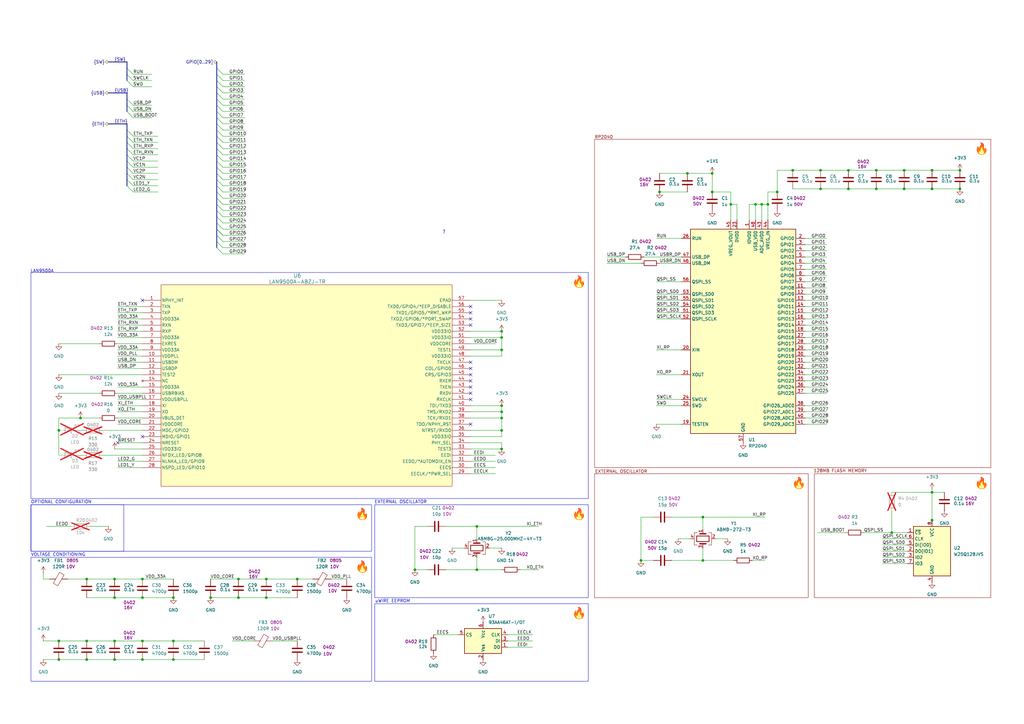
<source format=kicad_sch>
(kicad_sch (version 20231120) (generator "eeschema") (generator_version "8.0")
  (paper "A3")
  (bus_alias "ETH" (members "ETH_TXP" "ETH_TXN" "ETH_RXP" "ETH_RXN" "VC1P" "VC1N" "VC2P" "VC2N" "LED1_Y" "LED2_G"))
  (bus_alias "SW" (members "RUN" "SWCLK" "SWD"))
  (bus_alias "USB" (members "USB_DP" "USB_DN" "USB_BOOT"))
  (junction (at 288.29 229.87))
  (junction (at 336.55 69.85))
  (junction (at 86.36 245.11))
  (junction (at 121.92 237.49))
  (junction (at 382.27 213.36))
  (junction (at 299.72 83.82))
  (junction (at 205.74 176.53))
  (junction (at 359.41 77.47))
  (junction (at 347.98 69.85))
  (junction (at 58.42 237.49))
  (junction (at 382.27 69.85))
  (junction (at 205.74 143.51))
  (junction (at 170.18 233.68))
  (junction (at 35.56 237.49))
  (junction (at 292.1 78.74))
  (junction (at 46.99 270.51))
  (junction (at 336.55 77.47))
  (junction (at 205.74 184.15))
  (junction (at 288.29 212.09))
  (junction (at 309.88 83.82))
  (junction (at 33.02 171.45))
  (junction (at 71.12 270.51))
  (junction (at 46.99 237.49))
  (junction (at 312.42 83.82))
  (junction (at 382.27 201.93))
  (junction (at 262.89 229.87))
  (junction (at 370.84 77.47))
  (junction (at 318.77 78.74))
  (junction (at 71.12 245.11))
  (junction (at 205.74 166.37))
  (junction (at 205.74 135.89))
  (junction (at 24.13 262.89))
  (junction (at 109.22 245.11))
  (junction (at 205.74 171.45))
  (junction (at 359.41 69.85))
  (junction (at 46.99 262.89))
  (junction (at 24.13 176.53))
  (junction (at 370.84 69.85))
  (junction (at 195.58 233.68))
  (junction (at 195.58 215.9))
  (junction (at 270.51 78.74))
  (junction (at 46.99 245.11))
  (junction (at 393.7 77.47))
  (junction (at 35.56 270.51))
  (junction (at 281.94 71.12))
  (junction (at 58.42 262.89))
  (junction (at 382.27 77.47))
  (junction (at 365.76 218.44))
  (junction (at 24.13 270.51))
  (junction (at 58.42 270.51))
  (junction (at 97.79 245.11))
  (junction (at 314.96 83.82))
  (junction (at 71.12 262.89))
  (junction (at 58.42 245.11))
  (junction (at 205.74 168.91))
  (junction (at 97.79 237.49))
  (junction (at 205.74 138.43))
  (junction (at 325.12 69.85))
  (junction (at 35.56 262.89))
  (junction (at 393.7 69.85))
  (junction (at 347.98 77.47))
  (junction (at 292.1 71.12))
  (junction (at 109.22 237.49))
  (no_connect (at 193.04 133.35))
  (no_connect (at 193.04 158.75))
  (no_connect (at 193.04 153.67))
  (no_connect (at 193.04 156.21))
  (no_connect (at 193.04 163.83))
  (no_connect (at 193.04 130.81))
  (no_connect (at 193.04 173.99))
  (no_connect (at 193.04 125.73))
  (no_connect (at 193.04 161.29))
  (no_connect (at 48.26 181.61))
  (no_connect (at 193.04 151.13))
  (no_connect (at 193.04 128.27))
  (no_connect (at 58.42 123.19))
  (no_connect (at 58.42 179.07))
  (no_connect (at 193.04 148.59))
  (bus_entry (at 52.07 76.2) (size 2.54 2.54))
  (bus_entry (at 88.9 83.82) (size 2.54 2.54))
  (bus_entry (at 88.9 99.06) (size 2.54 2.54))
  (bus_entry (at 88.9 88.9) (size 2.54 2.54))
  (bus_entry (at 88.9 27.94) (size 2.54 2.54))
  (bus_entry (at 52.07 58.42) (size 2.54 2.54))
  (bus_entry (at 52.07 27.94) (size 2.54 2.54))
  (bus_entry (at 52.07 45.72) (size 2.54 2.54))
  (bus_entry (at 52.07 30.48) (size 2.54 2.54))
  (bus_entry (at 88.9 93.98) (size 2.54 2.54))
  (bus_entry (at 88.9 48.26) (size 2.54 2.54))
  (bus_entry (at 52.07 66.04) (size 2.54 2.54))
  (bus_entry (at 52.07 40.64) (size 2.54 2.54))
  (bus_entry (at 52.07 33.02) (size 2.54 2.54))
  (bus_entry (at 52.07 43.18) (size 2.54 2.54))
  (bus_entry (at 88.9 73.66) (size 2.54 2.54))
  (bus_entry (at 52.07 68.58) (size 2.54 2.54))
  (bus_entry (at 88.9 38.1) (size 2.54 2.54))
  (bus_entry (at 88.9 40.64) (size 2.54 2.54))
  (bus_entry (at 88.9 53.34) (size 2.54 2.54))
  (bus_entry (at 88.9 78.74) (size 2.54 2.54))
  (bus_entry (at 88.9 91.44) (size 2.54 2.54))
  (bus_entry (at 88.9 58.42) (size 2.54 2.54))
  (bus_entry (at 88.9 63.5) (size 2.54 2.54))
  (bus_entry (at 88.9 55.88) (size 2.54 2.54))
  (bus_entry (at 88.9 60.96) (size 2.54 2.54))
  (bus_entry (at 88.9 35.56) (size 2.54 2.54))
  (bus_entry (at 88.9 76.2) (size 2.54 2.54))
  (bus_entry (at 52.07 73.66) (size 2.54 2.54))
  (bus_entry (at 52.07 55.88) (size 2.54 2.54))
  (bus_entry (at 52.07 60.96) (size 2.54 2.54))
  (bus_entry (at 52.07 71.12) (size 2.54 2.54))
  (bus_entry (at 88.9 50.8) (size 2.54 2.54))
  (bus_entry (at 88.9 45.72) (size 2.54 2.54))
  (bus_entry (at 88.9 30.48) (size 2.54 2.54))
  (bus_entry (at 88.9 96.52) (size 2.54 2.54))
  (bus_entry (at 52.07 63.5) (size 2.54 2.54))
  (bus_entry (at 88.9 86.36) (size 2.54 2.54))
  (bus_entry (at 88.9 101.6) (size 2.54 2.54))
  (bus_entry (at 88.9 93.98) (size 2.54 2.54))
  (bus_entry (at 88.9 81.28) (size 2.54 2.54))
  (bus_entry (at 88.9 71.12) (size 2.54 2.54))
  (bus_entry (at 52.07 53.34) (size 2.54 2.54))
  (bus_entry (at 88.9 66.04) (size 2.54 2.54))
  (bus_entry (at 88.9 68.58) (size 2.54 2.54))
  (bus_entry (at 88.9 43.18) (size 2.54 2.54))
  (bus_entry (at 88.9 33.02) (size 2.54 2.54))
  (bus (pts (xy 52.07 50.8) (xy 52.07 53.34)))
  (wire (pts (xy 200.66 224.79) (xy 205.74 224.79)))
  (bus (pts (xy 52.07 66.04) (xy 52.07 68.58)))
  (wire (pts (xy 193.04 166.37) (xy 205.74 166.37)))
  (wire (pts (xy 269.24 130.81) (xy 279.4 130.81)))
  (wire (pts (xy 354.33 218.44) (xy 365.76 218.44)))
  (wire (pts (xy 292.1 78.74) (xy 299.72 78.74)))
  (wire (pts (xy 330.2 140.97) (xy 339.09 140.97)))
  (wire (pts (xy 27.94 237.49) (xy 35.56 237.49)))
  (wire (pts (xy 195.58 233.68) (xy 182.88 233.68)))
  (wire (pts (xy 269.24 173.99) (xy 279.4 173.99)))
  (wire (pts (xy 54.61 68.58) (xy 64.77 68.58)))
  (wire (pts (xy 121.92 237.49) (xy 128.27 237.49)))
  (wire (pts (xy 205.74 143.51) (xy 205.74 146.05)))
  (wire (pts (xy 359.41 77.47) (xy 370.84 77.47)))
  (wire (pts (xy 48.26 181.61) (xy 58.42 181.61)))
  (wire (pts (xy 361.95 228.6) (xy 372.11 228.6)))
  (wire (pts (xy 91.44 40.64) (xy 100.33 40.64)))
  (wire (pts (xy 370.84 77.47) (xy 382.27 77.47)))
  (wire (pts (xy 17.78 237.49) (xy 20.32 237.49)))
  (wire (pts (xy 91.44 63.5) (xy 100.33 63.5)))
  (wire (pts (xy 270.51 71.12) (xy 281.94 71.12)))
  (wire (pts (xy 48.26 168.91) (xy 58.42 168.91)))
  (wire (pts (xy 205.74 171.45) (xy 205.74 176.53)))
  (bus (pts (xy 88.9 78.74) (xy 88.9 81.28)))
  (wire (pts (xy 48.26 140.97) (xy 58.42 140.97)))
  (wire (pts (xy 330.2 166.37) (xy 339.09 166.37)))
  (wire (pts (xy 36.83 215.9) (xy 44.45 215.9)))
  (wire (pts (xy 195.58 228.6) (xy 195.58 233.68)))
  (wire (pts (xy 91.44 88.9) (xy 100.33 88.9)))
  (wire (pts (xy 177.8 260.35) (xy 187.96 260.35)))
  (wire (pts (xy 24.13 176.53) (xy 24.13 171.45)))
  (wire (pts (xy 288.29 229.87) (xy 275.59 229.87)))
  (wire (pts (xy 91.44 71.12) (xy 100.33 71.12)))
  (bus (pts (xy 52.07 27.94) (xy 52.07 30.48)))
  (wire (pts (xy 54.61 45.72) (xy 62.23 45.72)))
  (wire (pts (xy 314.96 83.82) (xy 314.96 90.17)))
  (wire (pts (xy 270.51 107.95) (xy 279.4 107.95)))
  (wire (pts (xy 193.04 194.31) (xy 203.2 194.31)))
  (wire (pts (xy 264.16 105.41) (xy 279.4 105.41)))
  (bus (pts (xy 88.9 55.88) (xy 88.9 58.42)))
  (wire (pts (xy 318.77 78.74) (xy 318.77 69.85)))
  (wire (pts (xy 193.04 143.51) (xy 205.74 143.51)))
  (wire (pts (xy 262.89 229.87) (xy 267.97 229.87)))
  (bus (pts (xy 52.07 73.66) (xy 52.07 76.2)))
  (wire (pts (xy 330.2 125.73) (xy 339.09 125.73)))
  (wire (pts (xy 48.26 191.77) (xy 58.42 191.77)))
  (wire (pts (xy 208.28 260.35) (xy 218.44 260.35)))
  (bus (pts (xy 52.07 71.12) (xy 52.07 73.66)))
  (wire (pts (xy 330.2 148.59) (xy 339.09 148.59)))
  (wire (pts (xy 24.13 153.67) (xy 58.42 153.67)))
  (wire (pts (xy 193.04 135.89) (xy 205.74 135.89)))
  (wire (pts (xy 288.29 217.17) (xy 288.29 212.09)))
  (wire (pts (xy 91.44 30.48) (xy 100.33 30.48)))
  (wire (pts (xy 24.13 270.51) (xy 35.56 270.51)))
  (wire (pts (xy 330.2 158.75) (xy 339.09 158.75)))
  (wire (pts (xy 269.24 125.73) (xy 279.4 125.73)))
  (wire (pts (xy 24.13 171.45) (xy 33.02 171.45)))
  (wire (pts (xy 330.2 128.27) (xy 339.09 128.27)))
  (wire (pts (xy 91.44 53.34) (xy 100.33 53.34)))
  (wire (pts (xy 281.94 71.12) (xy 292.1 71.12)))
  (wire (pts (xy 330.2 102.87) (xy 339.09 102.87)))
  (wire (pts (xy 46.99 270.51) (xy 58.42 270.51)))
  (wire (pts (xy 307.34 90.17) (xy 307.34 83.82)))
  (wire (pts (xy 86.36 245.11) (xy 97.79 245.11)))
  (wire (pts (xy 195.58 220.98) (xy 195.58 215.9)))
  (bus (pts (xy 52.07 40.64) (xy 52.07 43.18)))
  (wire (pts (xy 48.26 146.05) (xy 58.42 146.05)))
  (wire (pts (xy 382.27 77.47) (xy 393.7 77.47)))
  (wire (pts (xy 288.29 212.09) (xy 275.59 212.09)))
  (bus (pts (xy 88.9 81.28) (xy 88.9 83.82)))
  (wire (pts (xy 302.26 83.82) (xy 299.72 83.82)))
  (wire (pts (xy 330.2 97.79) (xy 339.09 97.79)))
  (bus (pts (xy 88.9 99.06) (xy 88.9 101.6)))
  (wire (pts (xy 269.24 123.19) (xy 279.4 123.19)))
  (wire (pts (xy 46.99 237.49) (xy 58.42 237.49)))
  (wire (pts (xy 309.88 83.82) (xy 309.88 90.17)))
  (wire (pts (xy 71.12 270.51) (xy 83.82 270.51)))
  (wire (pts (xy 170.18 233.68) (xy 175.26 233.68)))
  (wire (pts (xy 142.24 237.49) (xy 135.89 237.49)))
  (wire (pts (xy 48.26 138.43) (xy 58.42 138.43)))
  (bus (pts (xy 52.07 53.34) (xy 52.07 55.88)))
  (wire (pts (xy 314.96 78.74) (xy 314.96 83.82)))
  (wire (pts (xy 54.61 58.42) (xy 64.77 58.42)))
  (wire (pts (xy 361.95 223.52) (xy 372.11 223.52)))
  (wire (pts (xy 17.78 262.89) (xy 24.13 262.89)))
  (wire (pts (xy 91.44 43.18) (xy 100.33 43.18)))
  (wire (pts (xy 299.72 78.74) (xy 299.72 83.82)))
  (bus (pts (xy 88.9 58.42) (xy 88.9 60.96)))
  (wire (pts (xy 193.04 189.23) (xy 203.2 189.23)))
  (wire (pts (xy 330.2 161.29) (xy 339.09 161.29)))
  (bus (pts (xy 44.45 38.1) (xy 52.07 38.1)))
  (bus (pts (xy 88.9 73.66) (xy 88.9 76.2)))
  (wire (pts (xy 91.44 48.26) (xy 100.33 48.26)))
  (wire (pts (xy 48.26 135.89) (xy 58.42 135.89)))
  (wire (pts (xy 91.44 66.04) (xy 100.33 66.04)))
  (wire (pts (xy 58.42 237.49) (xy 71.12 237.49)))
  (wire (pts (xy 213.36 233.68) (xy 220.98 233.68)))
  (wire (pts (xy 193.04 179.07) (xy 205.74 179.07)))
  (bus (pts (xy 88.9 88.9) (xy 88.9 91.44)))
  (bus (pts (xy 88.9 91.44) (xy 88.9 93.98)))
  (wire (pts (xy 365.76 218.44) (xy 372.11 218.44)))
  (wire (pts (xy 91.44 45.72) (xy 100.33 45.72)))
  (wire (pts (xy 205.74 168.91) (xy 205.74 171.45)))
  (wire (pts (xy 91.44 60.96) (xy 100.33 60.96)))
  (wire (pts (xy 361.95 231.14) (xy 372.11 231.14)))
  (wire (pts (xy 111.76 262.89) (xy 121.92 262.89)))
  (bus (pts (xy 44.45 25.4) (xy 52.07 25.4)))
  (wire (pts (xy 175.26 215.9) (xy 170.18 215.9)))
  (wire (pts (xy 308.61 229.87) (xy 313.69 229.87)))
  (wire (pts (xy 185.42 224.79) (xy 190.5 224.79)))
  (wire (pts (xy 193.04 138.43) (xy 205.74 138.43)))
  (wire (pts (xy 54.61 76.2) (xy 64.77 76.2)))
  (bus (pts (xy 88.9 38.1) (xy 88.9 40.64)))
  (wire (pts (xy 54.61 73.66) (xy 64.77 73.66)))
  (wire (pts (xy 91.44 38.1) (xy 100.33 38.1)))
  (wire (pts (xy 48.26 158.75) (xy 58.42 158.75)))
  (wire (pts (xy 91.44 101.6) (xy 100.33 101.6)))
  (wire (pts (xy 205.74 138.43) (xy 205.74 143.51)))
  (bus (pts (xy 44.45 50.8) (xy 52.07 50.8)))
  (wire (pts (xy 34.29 176.53) (xy 31.75 176.53)))
  (wire (pts (xy 269.24 128.27) (xy 279.4 128.27)))
  (wire (pts (xy 336.55 69.85) (xy 347.98 69.85)))
  (wire (pts (xy 91.44 81.28) (xy 100.33 81.28)))
  (wire (pts (xy 314.96 78.74) (xy 318.77 78.74)))
  (wire (pts (xy 193.04 140.97) (xy 203.2 140.97)))
  (wire (pts (xy 91.44 73.66) (xy 100.33 73.66)))
  (wire (pts (xy 330.2 168.91) (xy 339.09 168.91)))
  (wire (pts (xy 330.2 156.21) (xy 339.09 156.21)))
  (wire (pts (xy 17.78 234.95) (xy 17.78 237.49)))
  (wire (pts (xy 48.26 173.99) (xy 58.42 173.99)))
  (wire (pts (xy 91.44 35.56) (xy 100.33 35.56)))
  (wire (pts (xy 48.26 125.73) (xy 58.42 125.73)))
  (bus (pts (xy 88.9 48.26) (xy 88.9 50.8)))
  (wire (pts (xy 91.44 96.52) (xy 100.33 96.52)))
  (wire (pts (xy 330.2 118.11) (xy 339.09 118.11)))
  (wire (pts (xy 307.34 83.82) (xy 309.88 83.82)))
  (wire (pts (xy 193.04 191.77) (xy 203.2 191.77)))
  (bus (pts (xy 88.9 63.5) (xy 88.9 66.04)))
  (wire (pts (xy 330.2 171.45) (xy 339.09 171.45)))
  (wire (pts (xy 248.92 105.41) (xy 256.54 105.41)))
  (wire (pts (xy 302.26 90.17) (xy 302.26 83.82)))
  (wire (pts (xy 293.37 220.98) (xy 298.45 220.98)))
  (wire (pts (xy 193.04 168.91) (xy 205.74 168.91)))
  (wire (pts (xy 34.29 186.69) (xy 31.75 186.69)))
  (wire (pts (xy 54.61 78.74) (xy 64.77 78.74)))
  (wire (pts (xy 248.92 107.95) (xy 262.89 107.95)))
  (wire (pts (xy 382.27 214.63) (xy 382.27 213.36)))
  (wire (pts (xy 278.13 220.98) (xy 283.21 220.98)))
  (wire (pts (xy 91.44 91.44) (xy 100.33 91.44)))
  (wire (pts (xy 54.61 48.26) (xy 62.23 48.26)))
  (wire (pts (xy 382.27 200.66) (xy 382.27 201.93)))
  (wire (pts (xy 359.41 69.85) (xy 370.84 69.85)))
  (wire (pts (xy 269.24 97.79) (xy 279.4 97.79)))
  (wire (pts (xy 330.2 100.33) (xy 339.09 100.33)))
  (bus (pts (xy 88.9 33.02) (xy 88.9 35.56)))
  (wire (pts (xy 46.99 245.11) (xy 58.42 245.11)))
  (wire (pts (xy 312.42 83.82) (xy 314.96 83.82)))
  (wire (pts (xy 382.27 69.85) (xy 393.7 69.85)))
  (wire (pts (xy 48.26 166.37) (xy 58.42 166.37)))
  (bus (pts (xy 88.9 40.64) (xy 88.9 43.18)))
  (wire (pts (xy 97.79 237.49) (xy 109.22 237.49)))
  (wire (pts (xy 46.99 184.15) (xy 58.42 184.15)))
  (wire (pts (xy 330.2 135.89) (xy 339.09 135.89)))
  (wire (pts (xy 330.2 110.49) (xy 339.09 110.49)))
  (wire (pts (xy 91.44 104.14) (xy 100.33 104.14)))
  (wire (pts (xy 91.44 50.8) (xy 100.33 50.8)))
  (wire (pts (xy 330.2 143.51) (xy 339.09 143.51)))
  (wire (pts (xy 195.58 215.9) (xy 220.98 215.9)))
  (wire (pts (xy 54.61 35.56) (xy 62.23 35.56)))
  (bus (pts (xy 88.9 30.48) (xy 88.9 33.02)))
  (wire (pts (xy 24.13 186.69) (xy 24.13 176.53)))
  (wire (pts (xy 309.88 83.82) (xy 312.42 83.82)))
  (wire (pts (xy 330.2 113.03) (xy 339.09 113.03)))
  (wire (pts (xy 330.2 138.43) (xy 339.09 138.43)))
  (bus (pts (xy 52.07 43.18) (xy 52.07 45.72)))
  (wire (pts (xy 54.61 30.48) (xy 62.23 30.48)))
  (wire (pts (xy 71.12 262.89) (xy 83.82 262.89)))
  (wire (pts (xy 312.42 83.82) (xy 312.42 90.17)))
  (wire (pts (xy 208.28 265.43) (xy 218.44 265.43)))
  (wire (pts (xy 330.2 151.13) (xy 339.09 151.13)))
  (wire (pts (xy 48.26 143.51) (xy 58.42 143.51)))
  (wire (pts (xy 208.28 262.89) (xy 218.44 262.89)))
  (wire (pts (xy 330.2 115.57) (xy 339.09 115.57)))
  (bus (pts (xy 88.9 60.96) (xy 88.9 63.5)))
  (bus (pts (xy 52.07 58.42) (xy 52.07 60.96)))
  (wire (pts (xy 19.05 215.9) (xy 29.21 215.9)))
  (wire (pts (xy 269.24 153.67) (xy 279.4 153.67)))
  (wire (pts (xy 270.51 78.74) (xy 281.94 78.74)))
  (wire (pts (xy 58.42 161.29) (xy 48.26 161.29)))
  (wire (pts (xy 269.24 143.51) (xy 279.4 143.51)))
  (wire (pts (xy 86.36 237.49) (xy 97.79 237.49)))
  (wire (pts (xy 48.26 148.59) (xy 58.42 148.59)))
  (wire (pts (xy 325.12 69.85) (xy 336.55 69.85)))
  (wire (pts (xy 46.99 262.89) (xy 58.42 262.89)))
  (bus (pts (xy 88.9 71.12) (xy 88.9 73.66)))
  (wire (pts (xy 109.22 237.49) (xy 121.92 237.49)))
  (wire (pts (xy 330.2 173.99) (xy 339.09 173.99)))
  (wire (pts (xy 24.13 262.89) (xy 35.56 262.89)))
  (wire (pts (xy 48.26 133.35) (xy 58.42 133.35)))
  (wire (pts (xy 269.24 115.57) (xy 279.4 115.57)))
  (wire (pts (xy 35.56 262.89) (xy 46.99 262.89)))
  (wire (pts (xy 54.61 55.88) (xy 64.77 55.88)))
  (wire (pts (xy 48.26 128.27) (xy 58.42 128.27)))
  (bus (pts (xy 88.9 83.82) (xy 88.9 86.36)))
  (wire (pts (xy 193.04 146.05) (xy 205.74 146.05)))
  (wire (pts (xy 330.2 123.19) (xy 339.09 123.19)))
  (wire (pts (xy 91.44 83.82) (xy 100.33 83.82)))
  (wire (pts (xy 269.24 120.65) (xy 279.4 120.65)))
  (wire (pts (xy 205.74 181.61) (xy 193.04 181.61)))
  (bus (pts (xy 88.9 50.8) (xy 88.9 53.34)))
  (wire (pts (xy 58.42 245.11) (xy 71.12 245.11)))
  (wire (pts (xy 267.97 212.09) (xy 262.89 212.09)))
  (wire (pts (xy 361.95 220.98) (xy 372.11 220.98)))
  (wire (pts (xy 330.2 120.65) (xy 339.09 120.65)))
  (wire (pts (xy 195.58 215.9) (xy 182.88 215.9)))
  (wire (pts (xy 193.04 184.15) (xy 205.74 184.15)))
  (wire (pts (xy 205.74 138.43) (xy 205.74 135.89)))
  (wire (pts (xy 347.98 69.85) (xy 359.41 69.85)))
  (wire (pts (xy 48.26 189.23) (xy 58.42 189.23)))
  (wire (pts (xy 17.78 270.51) (xy 24.13 270.51)))
  (wire (pts (xy 54.61 63.5) (xy 64.77 63.5)))
  (wire (pts (xy 335.28 218.44) (xy 346.71 218.44)))
  (wire (pts (xy 91.44 68.58) (xy 100.33 68.58)))
  (wire (pts (xy 193.04 171.45) (xy 205.74 171.45)))
  (wire (pts (xy 292.1 71.12) (xy 292.1 78.74)))
  (wire (pts (xy 33.02 171.45) (xy 40.64 171.45)))
  (bus (pts (xy 52.07 38.1) (xy 52.07 40.64)))
  (wire (pts (xy 48.26 130.81) (xy 58.42 130.81)))
  (wire (pts (xy 330.2 130.81) (xy 339.09 130.81)))
  (wire (pts (xy 330.2 153.67) (xy 339.09 153.67)))
  (wire (pts (xy 54.61 66.04) (xy 64.77 66.04)))
  (wire (pts (xy 269.24 166.37) (xy 279.4 166.37)))
  (wire (pts (xy 91.44 93.98) (xy 100.33 93.98)))
  (wire (pts (xy 91.44 76.2) (xy 100.33 76.2)))
  (wire (pts (xy 91.44 55.88) (xy 100.33 55.88)))
  (wire (pts (xy 361.95 226.06) (xy 372.11 226.06)))
  (bus (pts (xy 88.9 86.36) (xy 88.9 88.9)))
  (wire (pts (xy 288.29 224.79) (xy 288.29 229.87)))
  (bus (pts (xy 88.9 45.72) (xy 88.9 48.26)))
  (bus (pts (xy 88.9 53.34) (xy 88.9 55.88)))
  (wire (pts (xy 54.61 60.96) (xy 64.77 60.96)))
  (wire (pts (xy 330.2 133.35) (xy 339.09 133.35)))
  (wire (pts (xy 262.89 212.09) (xy 262.89 229.87)))
  (bus (pts (xy 52.07 60.96) (xy 52.07 63.5)))
  (wire (pts (xy 91.44 99.06) (xy 100.33 99.06)))
  (wire (pts (xy 24.13 140.97) (xy 40.64 140.97)))
  (wire (pts (xy 205.74 166.37) (xy 205.74 168.91)))
  (wire (pts (xy 54.61 33.02) (xy 62.23 33.02)))
  (wire (pts (xy 170.18 215.9) (xy 170.18 233.68)))
  (wire (pts (xy 35.56 270.51) (xy 46.99 270.51)))
  (wire (pts (xy 58.42 262.89) (xy 71.12 262.89)))
  (bus (pts (xy 52.07 68.58) (xy 52.07 71.12)))
  (wire (pts (xy 330.2 146.05) (xy 339.09 146.05)))
  (bus (pts (xy 88.9 76.2) (xy 88.9 78.74)))
  (wire (pts (xy 48.26 151.13) (xy 58.42 151.13)))
  (bus (pts (xy 88.9 93.98) (xy 88.9 96.52)))
  (bus (pts (xy 88.9 35.56) (xy 88.9 38.1)))
  (bus (pts (xy 88.9 66.04) (xy 88.9 68.58)))
  (wire (pts (xy 382.27 201.93) (xy 387.35 201.93)))
  (wire (pts (xy 58.42 171.45) (xy 48.26 171.45)))
  (bus (pts (xy 88.9 27.94) (xy 88.9 30.48)))
  (wire (pts (xy 195.58 233.68) (xy 205.74 233.68)))
  (wire (pts (xy 91.44 33.02) (xy 100.33 33.02)))
  (wire (pts (xy 193.04 176.53) (xy 205.74 176.53)))
  (wire (pts (xy 91.44 78.74) (xy 100.33 78.74)))
  (wire (pts (xy 382.27 201.93) (xy 382.27 213.36)))
  (bus (pts (xy 88.9 43.18) (xy 88.9 45.72)))
  (wire (pts (xy 91.44 58.42) (xy 100.33 58.42)))
  (wire (pts (xy 58.42 176.53) (xy 41.91 176.53)))
  (bus (pts (xy 52.07 55.88) (xy 52.07 58.42)))
  (wire (pts (xy 330.2 107.95) (xy 339.09 107.95)))
  (bus (pts (xy 52.07 63.5) (xy 52.07 66.04)))
  (wire (pts (xy 330.2 105.41) (xy 339.09 105.41)))
  (wire (pts (xy 109.22 245.11) (xy 121.92 245.11)))
  (wire (pts (xy 365.76 209.55) (xy 365.76 218.44)))
  (wire (pts (xy 35.56 237.49) (xy 46.99 237.49)))
  (wire (pts (xy 58.42 270.51) (xy 71.12 270.51)))
  (wire (pts (xy 193.04 186.69) (xy 203.2 186.69)))
  (wire (pts (xy 24.13 161.29) (xy 40.64 161.29)))
  (bus (pts (xy 88.9 25.4) (xy 88.9 27.94)))
  (wire (pts (xy 370.84 69.85) (xy 382.27 69.85)))
  (bus (pts (xy 52.07 30.48) (xy 52.07 33.02)))
  (wire (pts (xy 365.76 201.93) (xy 382.27 201.93)))
  (bus (pts (xy 88.9 96.52) (xy 88.9 99.06)))
  (wire (pts (xy 288.29 229.87) (xy 300.99 229.87)))
  (wire (pts (xy 46.99 245.11) (xy 35.56 245.11)))
  (wire (pts (xy 193.04 123.19) (xy 205.74 123.19)))
  (wire (pts (xy 299.72 83.82) (xy 299.72 90.17)))
  (wire (pts (xy 91.44 86.36) (xy 100.33 86.36)))
  (wire (pts (xy 48.26 163.83) (xy 58.42 163.83)))
  (wire (pts (xy 205.74 184.15) (xy 205.74 181.61)))
  (wire (pts (xy 347.98 77.47) (xy 359.41 77.47)))
  (wire (pts (xy 54.61 71.12) (xy 64.77 71.12)))
  (wire (pts (xy 325.12 77.47) (xy 336.55 77.47)))
  (wire (pts (xy 97.79 245.11) (xy 109.22 245.11)))
  (wire (pts (xy 269.24 163.83) (xy 279.4 163.83)))
  (wire (pts (xy 95.25 262.89) (xy 104.14 262.89)))
  (wire (pts (xy 205.74 179.07) (xy 205.74 176.53)))
  (wire (pts (xy 41.91 186.69) (xy 58.42 186.69)))
  (bus (pts (xy 52.07 25.4) (xy 52.07 27.94)))
  (wire (pts (xy 54.61 43.18) (xy 62.23 43.18)))
  (wire (pts (xy 318.77 69.85) (xy 325.12 69.85)))
  (wire (pts (xy 288.29 212.09) (xy 313.69 212.09)))
  (wire (pts (xy 336.55 77.47) (xy 347.98 77.47)))
  (bus (pts (xy 88.9 68.58) (xy 88.9 71.12)))
  (rectangle (start 12.7 207.01) (end 152.4 226.06))
  (rectangle (start 153.67 247.65) (end 241.3 279.4))
  (rectangle (start 153.67 207.01) (end 241.3 245.11))
  (rectangle (start 12.7 111.76) (end 241.3 204.47))
  (rectangle (start 243.84 194.31) (end 331.47 245.11) (stroke (width 0) (color 132 0 0 1)))
  (rectangle (start 12.7 207.01) (end 50.8 226.06))
  (rectangle (start 334.01 194.31) (end 406.4 245.11) (stroke (width 0) (color 132 0 0 1)))
  (rectangle (start 243.84 57.15) (end 406.4 191.77) (stroke (width 0) (color 132 0 0 1)))
  (rectangle (start 12.7 228.6) (end 152.4 279.4))
  (image (at 402.59 198.12) (scale 0.0586193))
  (image (at 237.49 115.57) (scale 0.0586193))
  (image (at 237.49 210.82) (scale 0.0586193))
  (image (at 148.59 210.82) (scale 0.0586193))
  (image (at 402.59 60.96) (scale 0.0586193))
  (image (at 237.49 251.46) (scale 0.0586193))
  (image (at 327.66 198.12) (scale 0.0586193))
  (image (at 148.59 232.41) (scale 0.0586193))
  (text "EXTERNAL OSCILLATOR" (at 254.762 193.548 0) (effects (font (size 1.27 1.27))))
  (text "LAN9500A" (at 17.272 111.252 0) (effects (font (size 1.27 1.27))))
  (text "EXTERNAL OSCILLATOR" (at 164.338 205.994 0) (effects (font (size 1.27 1.27))))
  (text "uWIRE EEPROM" (at 161.036 246.634 0) (effects (font (size 1.27 1.27))))
  (text "🔥" (at 182.118 95.25 0) (effects (font (size 1.27 1.27))))
  (text "OPTIONAL CONFIGURATION" (at 25.146 205.994 0) (effects (font (size 1.27 1.27))))
  (text "RP2040" (at 247.65 56.388 0) (effects (font (size 1.27 1.27))))
  (text "128MB FLASH MEMORY" (at 344.678 193.294 0) (effects (font (size 1.27 1.27))))
  (text "VOLTAGE CONDITIONING" (at 23.876 227.584 0) (effects (font (size 1.27 1.27))))
  (label "VC2N" (at 54.61 73.66 0))
  (label "SWD" (at 54.61 35.56 0))
  (label "XI_RP" (at 308.61 212.09 0))
  (label "QSPI_SD2" (at 269.24 125.73 0))
  (label "VDD_PLL" (at 48.26 146.05 0))
  (label "GPIO2" (at 332.74 102.87 0))
  (label "ETH_TXP" (at 48.26 128.27 0))
  (label "GPIO11" (at 332.74 125.73 0))
  (label "GPIO23" (at 332.74 156.21 0))
  (label "GPIO28" (at 332.74 171.45 0))
  (label "QSPI_SD3" (at 269.24 128.27 0))
  (label "GPIO22" (at 332.74 153.67 0))
  (label "VDD_33A" (at 59.69 237.49 0))
  (label "QSPI_SD1" (at 269.24 123.19 0))
  (label "GPIO16" (at 332.74 138.43 0))
  (label "GPIO19" (at 93.98 78.74 0))
  (label "VDD_33A" (at 48.26 143.51 0))
  (label "GPIO17" (at 332.74 140.97 0))
  (label "EECLK" (at 194.31 194.31 0))
  (label "GPIO0" (at 332.74 97.79 0))
  (label "GPIO9" (at 332.74 120.65 0))
  (label "GPIO8" (at 93.98 50.8 0))
  (label "GPIO4" (at 93.98 40.64 0))
  (label "ETH_RXN" (at 48.26 133.35 0))
  (label "GPIO25" (at 93.98 93.98 0))
  (label "GPIO9" (at 93.98 53.34 0))
  (label "QSPI_SD0" (at 361.95 223.52 0))
  (label "EEDI" (at 212.09 265.43 0))
  (label "EEDO" (at 194.31 189.23 0))
  (label "GPIO23" (at 93.98 88.9 0))
  (label "GPIO18" (at 332.74 143.51 0))
  (label "GPIO22" (at 93.98 86.36 0))
  (label "GPIO2" (at 93.98 35.56 0))
  (label "EEDO" (at 22.86 215.9 0))
  (label "VDD_USBPLL" (at 111.76 262.89 0))
  (label "VDD_33A" (at 48.26 138.43 0))
  (label "VC2P" (at 54.61 71.12 0))
  (label "VDD_CORE" (at 194.31 140.97 0))
  (label "SWD" (at 269.24 166.37 0))
  (label "USB_DN" (at 54.61 45.72 0))
  (label "GPIO21" (at 332.74 151.13 0))
  (label "GPIO26" (at 332.74 166.37 0))
  (label "GPIO11" (at 93.98 58.42 0))
  (label "USB_DP" (at 248.92 105.41 0))
  (label "ETH_TXP" (at 54.61 55.88 0))
  (label "EEDO" (at 212.09 262.89 0))
  (label "GPIO10" (at 93.98 55.88 0))
  (label "GPIO13" (at 332.74 130.81 0))
  (label "GPIO18" (at 93.98 76.2 0))
  (label "GPIO17" (at 93.98 73.66 0))
  (label "QSPI_SS" (at 269.24 115.57 0))
  (label "GPIO24" (at 93.98 91.44 0))
  (label "GPIO12" (at 332.74 128.27 0))
  (label "EECS" (at 179.07 260.35 0))
  (label "{USB}" (at 46.99 38.1 0))
  (label "ETH_TXN" (at 48.26 125.73 0))
  (label "GPIO13" (at 93.98 63.5 0))
  (label "GPIO3" (at 332.74 105.41 0))
  (label "XI_ETH" (at 215.9 215.9 0))
  (label "EECLK" (at 212.09 260.35 0))
  (label "XO_RP" (at 308.61 229.87 0))
  (label "VDD_33A" (at 48.26 130.81 0))
  (label "ETH_RXP" (at 48.26 135.89 0))
  (label "GPIO1" (at 93.98 33.02 0))
  (label "GPIO26" (at 93.98 96.52 0))
  (label "EEDI" (at 194.31 186.69 0))
  (label "QSPI_SD0" (at 269.24 120.65 0))
  (label "LED1_Y" (at 48.26 191.77 0))
  (label "XO_ETH" (at 48.26 168.91 0))
  (label "RUN" (at 54.61 30.48 0))
  (label "GPIO3" (at 93.98 38.1 0))
  (label "GPIO14" (at 332.74 133.35 0))
  (label "GPIO24" (at 332.74 158.75 0))
  (label "XI_RP" (at 269.24 143.51 0))
  (label "XO_RP" (at 269.24 153.67 0))
  (label "GPIO5" (at 332.74 110.49 0))
  (label "LED1_Y" (at 54.61 76.2 0))
  (label "GPIO6" (at 332.74 113.03 0))
  (label "GPIO12" (at 93.98 60.96 0))
  (label "GPIO27" (at 332.74 168.91 0))
  (label "ETH_TXN" (at 54.61 58.42 0))
  (label "SWCLK" (at 54.61 33.02 0))
  (label "GPIO29" (at 93.98 104.14 0))
  (label "GPIO25" (at 332.74 161.29 0))
  (label "GPIO20" (at 93.98 81.28 0))
  (label "GPIO21" (at 93.98 83.82 0))
  (label "QSPI_SS" (at 354.33 218.44 0))
  (label "USBR_DN" (at 270.51 107.95 0))
  (label "SWCLK" (at 269.24 163.83 0))
  (label "GPIO20" (at 332.74 148.59 0))
  (label "GPIO1" (at 332.74 100.33 0))
  (label "VC1N" (at 54.61 68.58 0))
  (label "QSPI_SCLK" (at 269.24 130.81 0))
  (label "VDD_USBPLL" (at 48.26 163.83 0))
  (label "EECS" (at 194.31 191.77 0))
  (label "GPIO19" (at 332.74 146.05 0))
  (label "{SW}" (at 46.99 25.4 0))
  (label "VDD_PLL" (at 135.89 237.49 0))
  (label "LED2_G" (at 54.61 78.74 0))
  (label "GPIO7" (at 93.98 48.26 0))
  (label "VC1P" (at 54.61 66.04 0))
  (label "GPIO14" (at 93.98 66.04 0))
  (label "XI_ETH" (at 48.26 166.37 0))
  (label "USB_DN" (at 48.26 148.59 0))
  (label "QSPI_SD2" (at 361.95 228.6 0))
  (label "USB_DN" (at 248.92 107.95 0))
  (label "VDD_33A" (at 48.26 158.75 0))
  (label "GPIO7" (at 332.74 115.57 0))
  (label "GPIO29" (at 332.74 173.99 0))
  (label "NRESET" (at 48.26 181.61 0))
  (label "VDD_CORE" (at 86.36 237.49 0))
  (label "GPIO0" (at 93.98 30.48 0))
  (label "GPIO27" (at 93.98 99.06 0))
  (label "GPIO10" (at 332.74 123.19 0))
  (label "GPIO15" (at 332.74 135.89 0))
  (label "QSPI_SCLK" (at 361.95 220.98 0))
  (label "LED2_G" (at 48.26 189.23 0))
  (label "GPIO16" (at 93.98 71.12 0))
  (label "ETH_RXN" (at 54.61 63.5 0))
  (label "USB_DP" (at 54.61 43.18 0))
  (label "GPIO8" (at 332.74 118.11 0))
  (label "VDD_CORE" (at 48.26 173.99 0))
  (label "GPIO6" (at 93.98 45.72 0))
  (label "QSPI_SD1" (at 361.95 226.06 0))
  (label "XO_ETH" (at 215.9 233.68 0))
  (label "USBR_DP" (at 270.51 105.41 0))
  (label "RUN" (at 269.24 97.79 0))
  (label "USB_DP" (at 48.26 151.13 0))
  (label "QSPI_SD3" (at 361.95 231.14 0))
  (label "GPIO28" (at 93.98 101.6 0))
  (label "USB_BOOT" (at 54.61 48.26 0))
  (label "{ETH}" (at 46.99 50.8 0))
  (label "GPIO5" (at 93.98 43.18 0))
  (label "GPIO4" (at 332.74 107.95 0))
  (label "USB_BOOT" (at 336.55 218.44 0))
  (label "VDD_CORE" (at 95.25 262.89 0))
  (label "ETH_RXP" (at 54.61 60.96 0))
  (label "GPIO15" (at 93.98 68.58 0))
  (hierarchical_label "{ETH}" (shape bidirectional) (at 44.45 50.8 180))
  (hierarchical_label "{SW}" (shape bidirectional) (at 44.45 25.4 180))
  (hierarchical_label "{USB}" (shape bidirectional) (at 44.45 38.1 180))
  (hierarchical_label "GPIO[0..29]" (shape bidirectional) (at 88.9 25.4 180))
  (symbol (lib_id "Device:C") (at 179.07 233.68 90) (unit 1)
    (property "Reference" "C22" (at 179.07 226.06 90))
    (property "Value" "10p" (at 179.07 228.6 90))
    (property "Footprint" "Capacitor_SMD:C_0402_1005Metric" (effects (hide yes)))
    (property "Description" "Unpolarized capacitor" (effects (hide yes)))
    (property "PART-NUMBER" "C1545" (effects (hide yes)))
    (property "Rating" "10V" (at 173.99 228.6 90))
    (property "Packaging" "0402" (at 174.498 226.06 90))
    (property "Comment" "C1545 50V 10pF 5% 0402 Capacitor" (effects (hide yes)))
  )
  (symbol (lib_id "Device:C") (at 393.7 73.66 0) (unit 1)
    (property "Reference" "C11" (at 397.51 72.3899 0) (effects (justify left)))
    (property "Value" "0.1u" (at 397.51 74.168 0) (effects (justify left)))
    (property "Footprint" "Capacitor_SMD:C_0402_1005Metric" (effects (hide yes)))
    (property "Description" "Unpolarized capacitor" (effects (hide yes)))
    (property "PART-NUMBER" "C1525" (effects (hide yes)))
    (property "Packaging" "0402" (at 354.076 66.294 0))
    (property "Rating" "16V" (at 353.568 68.326 0))
    (property "Comment" "C1525 16V 0.1uF 10% 0402 Capacitor" (effects (hide yes)))
  )
  (symbol (lib_id "power:GND") (at 387.35 209.55 0) (unit 1)
    (property "Reference" "#PWR09" (effects (hide yes)))
    (property "Value" "GND" (at 387.35 214.63 0))
    (property "Description" "Power symbol creates a global label with name \"GND\" , ground" (effects (hide yes)))
  )
  (symbol (lib_id "Device:C") (at 271.78 229.87 90) (unit 1)
    (property "Reference" "C14" (at 271.78 222.25 90))
    (property "Value" "15p" (at 271.78 224.79 90))
    (property "Footprint" "Capacitor_SMD:C_0402_1005Metric" (effects (hide yes)))
    (property "Description" "Unpolarized capacitor" (effects (hide yes)))
    (property "PART-NUMBER" "C1548" (effects (hide yes)))
    (property "Packaging" "0402" (at 266.954 222.25 90))
    (property "Rating" "50V" (at 267.462 224.79 90))
    (property "Comment" "C1548 50V 15pF 5% 0402 Capacitor" (effects (hide yes)))
  )
  (symbol (lib_id "power:GND") (at 142.24 245.11 0) (unit 1)
    (property "Reference" "#PWR060" (effects (hide yes)))
    (property "Value" "GND" (at 142.24 250.19 0))
    (property "Description" "Power symbol creates a global label with name \"GND\" , ground" (effects (hide yes)))
  )
  (symbol (lib_id "power:GND") (at 17.78 270.51 0) (unit 1)
    (property "Reference" "#PWR056" (effects (hide yes)))
    (property "Value" "GND" (at 17.78 275.59 0))
    (property "Description" "Power symbol creates a global label with name \"GND\" , ground" (effects (hide yes)))
  )
  (symbol (lib_id "Device:R") (at 44.45 171.45 90) (unit 1)
    (property "Reference" "R16" (at 44.45 165.862 90))
    (property "Value" "0" (at 44.45 168.402 90))
    (property "Footprint" "Resistor_SMD:R_0402_1005Metric" (effects (hide yes)))
    (property "Description" "Resistor" (effects (hide yes)))
    (property "Packaging" "0402" (at 39.878 165.862 90))
    (property "PART-NUMBER" "C17168" (effects (hide yes)))
    (property "Comment" "C17168 62.5mW Thick Film Resistors 50V 0Ω 1% 0402 Resistor" (effects (hide yes)))
  )
  (symbol (lib_id "power:GND") (at 121.92 270.51 0) (unit 1)
    (property "Reference" "#PWR061" (effects (hide yes)))
    (property "Value" "GND" (at 121.92 275.59 0))
    (property "Description" "Power symbol creates a global label with name \"GND\" , ground" (effects (hide yes)))
  )
  (symbol (lib_id "Device:C") (at 97.79 241.3 0) (unit 1)
    (property "Reference" "C29" (at 101.6 240.0299 0) (effects (justify left)))
    (property "Value" "0.1u" (at 101.6 241.808 0) (effects (justify left)))
    (property "Footprint" "Capacitor_SMD:C_0402_1005Metric" (effects (hide yes)))
    (property "Description" "Unpolarized capacitor" (effects (hide yes)))
    (property "PART-NUMBER" "C1525" (effects (hide yes)))
    (property "Packaging" "0402" (effects (hide yes)))
    (property "Rating" "16V" (effects (hide yes)))
    (property "Comment" "C1525 16V 0.1uF 10% 0402 Capacitor" (effects (hide yes)))
  )
  (symbol (lib_id "Device:C") (at 121.92 241.3 0) (unit 1)
    (property "Reference" "C38" (at 125.73 240.0299 0) (effects (justify left)))
    (property "Value" "1500p" (at 125.73 242.5699 0) (effects (justify left)))
    (property "Footprint" "Capacitor_SMD:C_0402_1005Metric" (effects (hide yes)))
    (property "Description" "Unpolarized capacitor" (effects (hide yes)))
    (property "Packaging" "0402" (effects (hide yes)))
    (property "Rating" "50V" (effects (hide yes)))
    (property "PART-NUMBER" "C284989" (effects (hide yes)))
    (property "Comment" "C284989 50V 1500pF 10% 0402 Capacitor" (effects (hide yes)))
  )
  (symbol (lib_id "Device:R") (at 365.76 205.74 0) (unit 1) (in_bom no) (dnp yes)
    (property "Reference" "R4" (at 368.3 204.4699 0) (effects (justify left)))
    (property "Value" "0" (at 368.3 207.0099 0) (effects (justify left)))
    (property "Footprint" "Resistor_SMD:R_0402_1005Metric" (effects (hide yes)))
    (property "Description" "Resistor" (effects (hide yes)))
    (property "PART-NUMBER" "C17168" (effects (hide yes)))
    (property "Packaging" "0402" (at 373.888 204.47 0))
    (property "Comment" "C17168 62.5mW Thick Film Resistors 50V 0Ω 1% 0402 Resistor" (effects (hide yes)))
  )
  (symbol (lib_id "Device:C") (at 359.41 73.66 0) (unit 1)
    (property "Reference" "C8" (at 363.22 72.3899 0) (effects (justify left)))
    (property "Value" "0.1u" (at 363.22 74.168 0) (effects (justify left)))
    (property "Footprint" "Capacitor_SMD:C_0402_1005Metric" (effects (hide yes)))
    (property "Description" "Unpolarized capacitor" (effects (hide yes)))
    (property "PART-NUMBER" "C1525" (effects (hide yes)))
    (property "Packaging" "0402" (effects (hide yes)))
    (property "Rating" "16V" (effects (hide yes)))
    (property "Comment" "C1525 16V 0.1uF 10% 0402 Capacitor" (effects (hide yes)))
  )
  (symbol (lib_id "Device:C") (at 121.92 266.7 0) (unit 1)
    (property "Reference" "C35" (at 125.73 265.4299 0) (effects (justify left)))
    (property "Value" "4700p" (at 125.73 267.9699 0) (effects (justify left)))
    (property "Footprint" "Capacitor_SMD:C_0402_1005Metric" (effects (hide yes)))
    (property "Description" "Unpolarized capacitor" (effects (hide yes)))
    (property "Packaging" "0402" (at 134.874 265.43 0))
    (property "Rating" "10V" (at 134.366 268.224 0))
    (property "PART-NUMBER" "C7503510" (effects (hide yes)))
    (property "Comment" "C7503510 10V 4700pF 10% 0402 Capacitor" (effects (hide yes)))
  )
  (symbol (lib_id "power:GND") (at 170.18 233.68 0) (unit 1)
    (property "Reference" "#PWR049" (effects (hide yes)))
    (property "Value" "GND" (at 170.18 238.76 0))
    (property "Description" "Power symbol creates a global label with name \"GND\" , ground" (effects (hide yes)))
  )
  (symbol (lib_id "Device:C") (at 336.55 73.66 0) (unit 1)
    (property "Reference" "C6" (at 340.36 72.3899 0) (effects (justify left)))
    (property "Value" "0.1u" (at 340.36 74.168 0) (effects (justify left)))
    (property "Footprint" "Capacitor_SMD:C_0402_1005Metric" (effects (hide yes)))
    (property "Description" "Unpolarized capacitor" (effects (hide yes)))
    (property "PART-NUMBER" "C1525" (effects (hide yes)))
    (property "Packaging" "0402" (effects (hide yes)))
    (property "Rating" "16V" (effects (hide yes)))
    (property "Comment" "C1525 16V 0.1uF 10% 0402 Capacitor" (effects (hide yes)))
  )
  (symbol (lib_id "Device:C") (at 142.24 241.3 0) (unit 1)
    (property "Reference" "C34" (at 146.05 240.0299 0) (effects (justify left)))
    (property "Value" "4700p" (at 146.05 242.5699 0) (effects (justify left)))
    (property "Footprint" "Capacitor_SMD:C_0402_1005Metric" (effects (hide yes)))
    (property "Description" "Unpolarized capacitor" (effects (hide yes)))
    (property "Packaging" "0402" (at 136.906 240.03 0))
    (property "Rating" "10V" (at 136.398 242.316 0))
    (property "PART-NUMBER" "C7503510" (effects (hide yes)))
    (property "Comment" "C7503510 10V 4700pF 10% 0402 Capacitor" (effects (hide yes)))
  )
  (symbol (lib_id "power:GND") (at 44.45 215.9 0) (unit 1)
    (property "Reference" "#PWR062" (effects (hide yes)))
    (property "Value" "GND" (at 44.45 220.98 0))
    (property "Description" "Power symbol creates a global label with name \"GND\" , ground" (effects (hide yes)))
  )
  (symbol (lib_id "Device:R") (at 44.45 161.29 90) (unit 1)
    (property "Reference" "R14" (at 44.45 154.94 90))
    (property "Value" "12k" (at 44.45 157.48 90))
    (property "Footprint" "Resistor_SMD:R_0402_1005Metric" (effects (hide yes)))
    (property "Description" "Resistor" (effects (hide yes)))
    (property "PART-NUMBER" "C102781" (effects (hide yes)))
    (property "Packaging" "0402" (at 39.37 154.94 90))
    (property "Comment" "C102781 62.5mW Thick Film Resistors 50V 12kΩ 1% 0402 Resistor" (effects (hide yes)))
  )
  (symbol (lib_id "power:GND") (at 292.1 86.36 0) (unit 1)
    (property "Reference" "#PWR03" (effects (hide yes)))
    (property "Value" "GND" (at 292.1 91.44 0))
    (property "Description" "Power symbol creates a global label with name \"GND\" , ground" (effects (hide yes)))
  )
  (symbol (lib_id "power:GND") (at 177.8 267.97 0) (unit 1)
    (property "Reference" "#PWR052" (effects (hide yes)))
    (property "Value" "GND" (at 177.8 273.05 0))
    (property "Description" "Power symbol creates a global label with name \"GND\" , ground" (effects (hide yes)))
  )
  (symbol (lib_id "Device:LED") (at 27.94 186.69 180) (unit 1) (in_bom no) (dnp yes)
    (property "Reference" "D3" (at 30.734 188.976 0))
    (property "Value" "LED" (at 30.734 191.516 0))
    (property "Footprint" "digikey-footprints:LED_0603" (effects (hide yes)))
    (property "Description" "Light emitting diode" (effects (hide yes)))
    (property "Packaging" "0603" (effects (hide yes)))
    (property "Rating" "3.3V" (effects (hide yes)))
    (property "Comment" "LTST-C193TBKT-5A" (effects (hide yes)))
  )
  (symbol (lib_id "power:GND") (at 71.12 245.11 0) (unit 1)
    (property "Reference" "#PWR058" (effects (hide yes)))
    (property "Value" "GND" (at 71.12 250.19 0))
    (property "Description" "Power symbol creates a global label with name \"GND\" , ground" (effects (hide yes)))
  )
  (symbol (lib_id "power:+3.3V") (at 17.78 262.89 0) (unit 1)
    (property "Reference" "#PWR055" (effects (hide yes)))
    (property "Value" "+3V3" (at 17.78 257.81 0))
    (property "Description" "Power symbol creates a global label with name \"+3.3V\"" (effects (hide yes)))
  )
  (symbol (lib_id "MCU_RaspberryPi:RP2040") (at 304.8 135.89 0) (unit 1)
    (property "Reference" "U1" (at 306.9941 180.34 0) (effects (justify left)))
    (property "Value" "RP2040" (at 306.9941 182.88 0) (effects (justify left)))
    (property "Footprint" "Package_DFN_QFN:QFN-56-1EP_7x7mm_P0.4mm_EP3.2x3.2mm" (effects (hide yes)))
    (property "Datasheet" "https://datasheets.raspberrypi.com/rp2040/rp2040-datasheet.pdf" (effects (hide yes)))
    (property "Description" "A microcontroller by Raspberry Pi" (effects (hide yes)))
    (property "Packaging" "QFN-56-1EP" (effects (hide yes)))
    (property "PART-NUMBER" "C2040 " (effects (hide yes)))
    (property "Comment" "C2040 RP2040" (effects (hide yes)))
  )
  (symbol (lib_id "Device:C") (at 179.07 215.9 90) (unit 1)
    (property "Reference" "C21" (at 179.07 208.28 90))
    (property "Value" "10p" (at 179.07 210.82 90))
    (property "Footprint" "Capacitor_SMD:C_0402_1005Metric" (effects (hide yes)))
    (property "Description" "Unpolarized capacitor" (effects (hide yes)))
    (property "PART-NUMBER" "C1545" (effects (hide yes)))
    (property "Rating" "10V" (at 183.388 210.82 90))
    (property "Packaging" "0402" (at 183.896 208.28 90))
    (property "Comment" "C1545 50V 10pF 5% 0402 Capacitor" (effects (hide yes)))
  )
  (symbol (lib_id "power:GND") (at 205.74 184.15 0) (unit 1)
    (property "Reference" "#PWR044" (effects (hide yes)))
    (property "Value" "GND" (at 205.74 189.23 0))
    (property "Description" "Power symbol creates a global label with name \"GND\" , ground" (effects (hide yes)))
  )
  (symbol (lib_id "power:GND") (at 318.77 86.36 0) (unit 1)
    (property "Reference" "#PWR04" (effects (hide yes)))
    (property "Value" "GND" (at 318.77 91.44 0))
    (property "Description" "Power symbol creates a global label with name \"GND\" , ground" (effects (hide yes)))
  )
  (symbol (lib_id "Device:R") (at 304.8 229.87 90) (unit 1)
    (property "Reference" "R5" (at 304.8 223.52 90))
    (property "Value" "1k" (at 304.8 226.06 90))
    (property "Footprint" "Resistor_SMD:R_0402_1005Metric" (effects (hide yes)))
    (property "Description" "Resistor" (effects (hide yes)))
    (property "Packaging" "0402" (at 309.372 223.52 90))
    (property "PART-NUMBER" "C106235" (effects (hide yes)))
    (property "Comment" "C106235 62.5mW Thick Film Resistors 50V 1kΩ 1% 0402 Resistor" (effects (hide yes)))
  )
  (symbol (lib_id "Device:C") (at 83.82 266.7 0) (unit 1)
    (property "Reference" "C37" (at 87.63 265.4299 0) (effects (justify left)))
    (property "Value" "1500p" (at 87.63 267.9699 0) (effects (justify left)))
    (property "Footprint" "Capacitor_SMD:C_0402_1005Metric" (effects (hide yes)))
    (property "Description" "Unpolarized capacitor" (effects (hide yes)))
    (property "Packaging" "0402" (effects (hide yes)))
    (property "Rating" "50V" (effects (hide yes)))
    (property "PART-NUMBER" "C284989" (effects (hide yes)))
    (property "Comment" "C284989 50V 1500pF 10% 0402 Capacitor" (effects (hide yes)))
  )
  (symbol (lib_id "power:GND") (at 205.74 224.79 0) (unit 1)
    (property "Reference" "#PWR051" (effects (hide yes)))
    (property "Value" "GND" (at 205.74 229.87 0))
    (property "Description" "Power symbol creates a global label with name \"GND\" , ground" (effects (hide yes)))
  )
  (symbol (lib_id "Memory_Flash:W25Q128JVS") (at 382.27 226.06 0) (unit 1)
    (property "Reference" "U2" (at 391.16 224.7899 0) (effects (justify left)))
    (property "Value" "W25Q128JVS" (at 391.16 227.3299 0) (effects (justify left)))
    (property "Footprint" "Package_SO:SOIC-8_5.23x5.23mm_P1.27mm" (effects (hide yes)))
    (property "Datasheet" "W25Q128JVS" (effects (hide yes)))
    (property "Description" "128Mb Serial Flash Memory, Standard/Dual/Quad SPI, SOIC-8" (effects (hide yes)))
    (property "Packaging" "SOIC-8" (effects (hide yes)))
    (property "PART-NUMBER" "W25Q128JVS" (effects (hide yes)))
    (property "Comment" "W25Q128JVS" (effects (hide yes)))
  )
  (symbol (lib_id "Device:C") (at 86.36 241.3 0) (unit 1)
    (property "Reference" "C28" (at 90.17 240.0299 0) (effects (justify left)))
    (property "Value" "0.1u" (at 90.17 241.808 0) (effects (justify left)))
    (property "Footprint" "Capacitor_SMD:C_0402_1005Metric" (effects (hide yes)))
    (property "Description" "Unpolarized capacitor" (effects (hide yes)))
    (property "PART-NUMBER" "C1525" (effects (hide yes)))
    (property "Packaging" "0402" (at 104.394 234.442 0))
    (property "Rating" "16V" (at 103.886 236.474 0))
    (property "Comment" "C1525 16V 0.1uF 10% 0402 Capacitor" (effects (hide yes)))
  )
  (symbol (lib_id "power:GND") (at 278.13 220.98 0) (unit 1)
    (property "Reference" "#PWR010" (effects (hide yes)))
    (property "Value" "GND" (at 278.13 226.06 0))
    (property "Description" "Power symbol creates a global label with name \"GND\" , ground" (effects (hide yes)))
  )
  (symbol (lib_id "Device:Crystal_GND24") (at 288.29 220.98 270) (unit 1)
    (property "Reference" "Y1" (at 300.99 214.6614 90))
    (property "Value" "ABM8-272-T3" (at 300.99 217.2014 90))
    (property "Footprint" "digikey-footprints:4-SMD_2.35x2.95mm" (effects (hide yes)))
    (property "Description" "Four pin crystal, GND on pins 2 and 4" (effects (hide yes)))
    (property "PART-NUMBER" "ABM8-272-T3" (effects (hide yes)))
    (property "Comment" "ABM8-272-T3" (effects (hide yes)))
  )
  (symbol (lib_id "power:GND") (at 86.36 245.11 0) (unit 1)
    (property "Reference" "#PWR059" (effects (hide yes)))
    (property "Value" "GND" (at 86.36 250.19 0))
    (property "Description" "Power symbol creates a global label with name \"GND\" , ground" (effects (hide yes)))
  )
  (symbol (lib_id "Memory_EEPROM:93AAxxAT-xOT") (at 198.12 262.89 0) (unit 1)
    (property "Reference" "U7" (at 200.3141 252.73 0) (effects (justify left)))
    (property "Value" "93AA46AT-I/OT" (at 200.3141 255.27 0) (effects (justify left)))
    (property "Footprint" "Package_TO_SOT_SMD:SOT-23-6" (effects (hide yes)))
    (property "Datasheet" "http://ww1.microchip.com/downloads/en/DeviceDoc/20001749K.pdf" (effects (hide yes)))
    (property "Description" "Serial EEPROM, 93 Series, 8-bit word, 1.8V, SOT-23-6" (effects (hide yes)))
    (property "Packaging" "SOT-23-6" (effects (hide yes)))
    (property "PART-NUMBER" "93AA46AT-I/OT" (effects (hide yes)))
    (property "Comment" "93AA46AT-I/OT" (effects (hide yes)))
  )
  (symbol (lib_id "Device:C") (at 58.42 266.7 0) (unit 1)
    (property "Reference" "C31" (at 62.23 265.4299 0) (effects (justify left)))
    (property "Value" "4700p" (at 62.23 267.9699 0) (effects (justify left)))
    (property "Footprint" "Capacitor_SMD:C_0402_1005Metric" (effects (hide yes)))
    (property "Description" "Unpolarized capacitor" (effects (hide yes)))
    (property "Packaging" "0402" (effects (hide yes)))
    (property "Rating" "10V" (effects (hide yes)))
    (property "PART-NUMBER" "C7503510" (effects (hide yes)))
    (property "Comment" "C7503510 10V 4700pF 10% 0402 Capacitor" (effects (hide yes)))
  )
  (symbol (lib_id "Device:C") (at 271.78 212.09 90) (unit 1)
    (property "Reference" "C13" (at 271.78 204.47 90))
    (property "Value" "15p" (at 271.78 207.01 90))
    (property "Footprint" "Capacitor_SMD:C_0402_1005Metric" (effects (hide yes)))
    (property "Description" "Unpolarized capacitor" (effects (hide yes)))
    (property "PART-NUMBER" "C1548" (effects (hide yes)))
    (property "Packaging" "0402" (at 276.606 204.47 90))
    (property "Rating" "50V" (at 276.098 207.01 90))
    (property "Comment" "C1548 50V 15pF 5% 0402 Capacitor" (effects (hide yes)))
  )
  (symbol (lib_id "power:GND") (at 393.7 77.47 0) (unit 1)
    (property "Reference" "#PWR05" (effects (hide yes)))
    (property "Value" "GND" (at 393.7 82.55 0))
    (property "Description" "Power symbol creates a global label with name \"GND\" , ground" (effects (hide yes)))
  )
  (symbol (lib_id "Device:C") (at 292.1 82.55 180) (unit 1)
    (property "Reference" "C1" (at 295.91 81.2799 0) (effects (justify right)))
    (property "Value" "1u" (at 295.91 83.8199 0) (effects (justify right)))
    (property "Footprint" "Capacitor_SMD:C_0402_1005Metric" (effects (hide yes)))
    (property "Description" "Unpolarized capacitor" (effects (hide yes)))
    (property "Rating" "50V" (at 286.004 83.566 0))
    (property "Packaging" "0402" (at 286.512 81.28 0))
    (property "PART-NUMBER" "C1518208" (effects (hide yes)))
    (property "Comment" "C1518208 50V 1uF 10% 0402 Capacitor" (effects (hide yes)))
  )
  (symbol (lib_id "power:GND") (at 24.13 161.29 0) (unit 1)
    (property "Reference" "#PWR046" (effects (hide yes)))
    (property "Value" "GND" (at 24.13 166.37 0))
    (property "Description" "Power symbol creates a global label with name \"GND\" , ground" (effects (hide yes)))
  )
  (symbol (lib_id "power:+3.3V") (at 33.02 171.45 0) (unit 1)
    (property "Reference" "#PWR048" (effects (hide yes)))
    (property "Value" "+3V3" (at 33.02 166.37 0))
    (property "Description" "Power symbol creates a global label with name \"+3.3V\"" (effects (hide yes)))
  )
  (symbol (lib_id "Device:R") (at 266.7 107.95 90) (unit 1)
    (property "Reference" "R2" (at 266.7 101.6 90))
    (property "Value" "27.4" (at 266.7 104.14 90))
    (property "Footprint" "Resistor_SMD:R_0402_1005Metric" (effects (hide yes)))
    (property "Description" "Resistor" (effects (hide yes)))
    (property "Packaging" "0402" (at 271.018 101.6 90))
    (property "PART-NUMBER" "C284479" (effects (hide yes)))
    (property "Comment" "C284479 62.5mW Thick Film Resistors 50V 27.4Ω 1% 0402 Resistor" (effects (hide yes)))
  )
  (symbol (lib_id "Device:Crystal_GND24") (at 195.58 224.79 270) (unit 1)
    (property "Reference" "Y2" (at 208.534 218.694 90))
    (property "Value" "ABM8G-25.000MHZ-4Y-T3" (at 209.042 220.98 90))
    (property "Footprint" "digikey-footprints:4-SMD_2.35x2.95mm" (effects (hide yes)))
    (property "Description" "Four pin crystal, GND on pins 2 and 4" (effects (hide yes)))
    (property "PART-NUMBER" "ABM8G-25.000MHZ-4Y-T3" (effects (hide yes)))
    (property "Comment" "ABM8G-25.000MHZ-4Y-T3" (effects (hide yes)))
  )
  (symbol (lib_id "Device:R") (at 44.45 140.97 90) (unit 1)
    (property "Reference" "R13" (at 44.45 134.62 90))
    (property "Value" "12k" (at 44.45 137.16 90))
    (property "Footprint" "Resistor_SMD:R_0402_1005Metric" (effects (hide yes)))
    (property "Description" "Resistor" (effects (hide yes)))
    (property "PART-NUMBER" "C102781" (effects (hide yes)))
    (property "Packaging" "0402" (at 39.624 134.62 90))
    (property "Comment" "C102781 62.5mW Thick Film Resistors 50V 12kΩ 1% 0402 Resistor" (effects (hide yes)))
  )
  (symbol (lib_id "Device:FerriteBead") (at 24.13 237.49 90) (unit 1)
    (property "Reference" "FB1" (at 24.0792 229.87 90))
    (property "Value" "120R" (at 24.0792 232.41 90))
    (property "Footprint" "Inductor_SMD:L_Eaton_MCL2012V1" (effects (hide yes)))
    (property "Description" "Ferrite bead" (effects (hide yes)))
    (property "Packaging" "0805 " (at 30.226 229.87 90))
    (property "Rating" "10V" (at 28.956 232.41 90))
    (property "PART-NUMBER" "C88990" (effects (hide yes)))
    (property "Comment" "C88990 100mΩ ±25% 120Ω@100MHz 0805 Ferrite Beads" (effects (hide yes)))
  )
  (symbol (lib_id "power:+3.3V") (at 17.78 234.95 0) (unit 1)
    (property "Reference" "#PWR057" (effects (hide yes)))
    (property "Value" "+3V3" (at 17.78 229.87 0))
    (property "Description" "Power symbol creates a global label with name \"+3.3V\"" (effects (hide yes)))
  )
  (symbol (lib_id "Device:C") (at 24.13 266.7 0) (unit 1)
    (property "Reference" "C25" (at 27.94 265.4299 0) (effects (justify left)))
    (property "Value" "0.1u" (at 27.94 267.208 0) (effects (justify left)))
    (property "Footprint" "Capacitor_SMD:C_0402_1005Metric" (effects (hide yes)))
    (property "Description" "Unpolarized capacitor" (effects (hide yes)))
    (property "PART-NUMBER" "C1525" (effects (hide yes)))
    (property "Packaging" "0402" (at 53.086 259.588 0))
    (property "Rating" "16V" (at 52.578 261.62 0))
    (property "Comment" "C1525 16V 0.1uF 10% 0402 Capacitor" (effects (hide yes)))
  )
  (symbol (lib_id "power:GND") (at 298.45 220.98 0) (unit 1)
    (property "Reference" "#PWR032" (effects (hide yes)))
    (property "Value" "GND" (at 298.45 226.06 0))
    (property "Description" "Power symbol creates a global label with name \"GND\" , ground" (effects (hide yes)))
  )
  (symbol (lib_id "Device:FerriteBead") (at 107.95 262.89 90) (unit 1)
    (property "Reference" "FB3" (at 107.8992 255.27 90))
    (property "Value" "120R" (at 107.8992 257.81 90))
    (property "Footprint" "Inductor_SMD:L_Eaton_MCL2012V1" (effects (hide yes)))
    (property "Description" "Ferrite bead" (effects (hide yes)))
    (property "Packaging" "0805 " (at 113.792 255.27 90))
    (property "Rating" "10V" (at 112.776 257.81 90))
    (property "PART-NUMBER" "C88990" (effects (hide yes)))
    (property "Comment" "C88990 100mΩ ±25% 120Ω@100MHz 0805 Ferrite Beads" (effects (hide yes)))
  )
  (symbol (lib_id "power:+3V3") (at 393.7 69.85 0) (unit 1)
    (property "Reference" "#PWR033" (effects (hide yes)))
    (property "Value" "+3V3" (at 393.7 64.77 0))
    (property "Description" "Power symbol creates a global label with name \"+3V3\"" (effects (hide yes)))
  )
  (symbol (lib_id "power:GND") (at 269.24 173.99 0) (unit 1)
    (property "Reference" "#PWR02" (effects (hide yes)))
    (property "Value" "GND" (at 269.24 179.07 0))
    (property "Description" "Power symbol creates a global label with name \"GND\" , ground" (effects (hide yes)))
  )
  (symbol (lib_id "Device:C") (at 71.12 241.3 0) (unit 1)
    (property "Reference" "C36" (at 74.93 240.0299 0) (effects (justify left)))
    (property "Value" "1500p" (at 74.93 242.5699 0) (effects (justify left)))
    (property "Footprint" "Capacitor_SMD:C_0402_1005Metric" (effects (hide yes)))
    (property "Description" "Unpolarized capacitor" (effects (hide yes)))
    (property "Packaging" "0402" (effects (hide yes)))
    (property "Rating" "50V" (effects (hide yes)))
    (property "PART-NUMBER" "C284989" (effects (hide yes)))
    (property "Comment" "C284989 50V 1500pF 10% 0402 Capacitor" (effects (hide yes)))
  )
  (symbol (lib_id "power:GND") (at 262.89 229.87 0) (unit 1)
    (property "Reference" "#PWR011" (effects (hide yes)))
    (property "Value" "GND" (at 262.89 234.95 0))
    (property "Description" "Power symbol creates a global label with name \"GND\" , ground" (effects (hide yes)))
  )
  (symbol (lib_id "Device:C") (at 109.22 241.3 0) (unit 1)
    (property "Reference" "C33" (at 113.03 240.0299 0) (effects (justify left)))
    (property "Value" "4700p" (at 113.03 242.5699 0) (effects (justify left)))
    (property "Footprint" "Capacitor_SMD:C_0402_1005Metric" (effects (hide yes)))
    (property "Description" "Unpolarized capacitor" (effects (hide yes)))
    (property "Packaging" "0402" (effects (hide yes)))
    (property "Rating" "10V" (effects (hide yes)))
    (property "PART-NUMBER" "C7503510" (effects (hide yes)))
    (property "Comment" "C7503510 10V 4700pF 10% 0402 Capacitor" (effects (hide yes)))
  )
  (symbol (lib_id "Device:C") (at 58.42 241.3 0) (unit 1)
    (property "Reference" "C30" (at 62.23 240.0299 0) (effects (justify left)))
    (property "Value" "4700p" (at 62.23 242.5699 0) (effects (justify left)))
    (property "Footprint" "Capacitor_SMD:C_0402_1005Metric" (effects (hide yes)))
    (property "Description" "Unpolarized capacitor" (effects (hide yes)))
    (property "Packaging" "0402" (effects (hide yes)))
    (property "Rating" "10V" (effects (hide yes)))
    (property "PART-NUMBER" "C7503510" (effects (hide yes)))
    (property "Comment" "C7503510 10V 4700pF 10% 0402 Capacitor" (effects (hide yes)))
  )
  (symbol (lib_id "Device:FerriteBead") (at 132.08 237.49 90) (unit 1)
    (property "Reference" "FB2" (at 132.0292 229.87 90))
    (property "Value" "120R" (at 132.0292 232.41 90))
    (property "Footprint" "Inductor_SMD:L_Eaton_MCL2012V1" (effects (hide yes)))
    (property "Description" "Ferrite bead" (effects (hide yes)))
    (property "Packaging" "0805 " (at 138.176 229.87 90))
    (property "Rating" "10V" (at 137.16 232.41 90))
    (property "PART-NUMBER" "C88990" (effects (hide yes)))
    (property "Comment" "C88990 100mΩ ±25% 120Ω@100MHz 0805 Ferrite Beads" (effects (hide yes)))
  )
  (symbol (lib_id "power:GND") (at 198.12 270.51 0) (unit 1)
    (property "Reference" "#PWR053" (effects (hide yes)))
    (property "Value" "GND" (at 198.12 275.59 0))
    (property "Description" "Power symbol creates a global label with name \"GND\" , ground" (effects (hide yes)))
  )
  (symbol (lib_id "2024-09-02_05-33-51:LAN9500A-ABZJ-TR") (at 58.42 130.81 0) (unit 1)
    (property "Reference" "U6" (at 121.92 113.03 0) (effects (font (size 1.524 1.524))))
    (property "Value" "LAN9500A-ABZJ-TR" (at 121.92 115.57 0) (effects (font (size 1.524 1.524))))
    (property "Footprint" "Package_DFN_QFN:QFN-56-1EP_8x8mm_P0.5mm_EP4.3x4.3mm" (effects (hide yes)))
    (property "Datasheet" "LAN9500A-ABZJ-TR" (effects (hide yes)))
    (property "Packaging" "QFN-56-1EP" (effects (hide yes)))
    (property "PART-NUMBER" "LAN9500A-ABZJ-TR" (effects (hide yes)))
    (property "Comment" "LAN9500A-ABZJ-TR" (effects (hide yes)))
  )
  (symbol (lib_id "power:GND") (at 304.8 181.61 0) (unit 1)
    (property "Reference" "#PWR01" (effects (hide yes)))
    (property "Value" "GND" (at 304.8 186.69 0))
    (property "Description" "Power symbol creates a global label with name \"GND\" , ground" (effects (hide yes)))
  )
  (symbol (lib_id "power:+3.3V") (at 205.74 135.89 0) (unit 1)
    (property "Reference" "#PWR041" (effects (hide yes)))
    (property "Value" "+3V3" (at 205.74 130.81 0))
    (property "Description" "Power symbol creates a global label with name \"+3.3V\"" (effects (hide yes)))
  )
  (symbol (lib_id "Device:R") (at 209.55 233.68 90) (unit 1)
    (property "Reference" "R18" (at 209.55 227.33 90))
    (property "Value" "1k" (at 209.55 229.87 90))
    (property "Footprint" "Resistor_SMD:R_0402_1005Metric" (effects (hide yes)))
    (property "Description" "Resistor" (effects (hide yes)))
    (property "Packaging" "0402" (at 214.122 227.33 90))
    (property "PART-NUMBER" "C106235" (effects (hide yes)))
    (property "Comment" "C106235 62.5mW Thick Film Resistors 50V 1kΩ 1% 0402 Resistor" (effects (hide yes)))
  )
  (symbol (lib_id "power:GND") (at 205.74 123.19 0) (unit 1)
    (property "Reference" "#PWR042" (effects (hide yes)))
    (property "Value" "GND" (at 205.74 128.27 0))
    (property "Description" "Power symbol creates a global label with name \"GND\" , ground" (effects (hide yes)))
  )
  (symbol (lib_id "Device:C") (at 347.98 73.66 0) (unit 1)
    (property "Reference" "C7" (at 351.79 72.3899 0) (effects (justify left)))
    (property "Value" "0.1u" (at 351.79 74.168 0) (effects (justify left)))
    (property "Footprint" "Capacitor_SMD:C_0402_1005Metric" (effects (hide yes)))
    (property "Description" "Unpolarized capacitor" (effects (hide yes)))
    (property "PART-NUMBER" "C1525" (effects (hide yes)))
    (property "Packaging" "0402" (effects (hide yes)))
    (property "Rating" "16V" (effects (hide yes)))
    (property "Comment" "C1525 16V 0.1uF 10% 0402 Capacitor" (effects (hide yes)))
  )
  (symbol (lib_id "Device:R") (at 38.1 176.53 90) (unit 1) (in_bom no) (dnp yes)
    (property "Reference" "R15" (at 38.1 179.832 90))
    (property "Value" "330" (at 38.1 182.372 90))
    (property "Footprint" "Resistor_SMD:R_0402_1005Metric" (effects (hide yes)))
    (property "Description" "Resistor" (effects (hide yes)))
    (property "PART-NUMBER" "C25104" (effects (hide yes)))
    (property "Packaging" "0402" (at 38.1 174.244 90))
    (property "Comment" "C25104 62.5mW Thick Film Resistors 50V 330Ω 1% 0402 Resistor" (effects (hide yes)))
  )
  (symbol (lib_id "power:GND") (at 24.13 153.67 0) (unit 1)
    (property "Reference" "#PWR043" (effects (hide yes)))
    (property "Value" "GND" (at 24.13 158.75 0))
    (property "Description" "Power symbol creates a global label with name \"GND\" , ground" (effects (hide yes)))
  )
  (symbol (lib_id "power:+3.3V") (at 382.27 200.66 0) (unit 1)
    (property "Reference" "#PWR08" (effects (hide yes)))
    (property "Value" "+3V3" (at 382.27 195.58 0))
    (property "Description" "Power symbol creates a global label with name \"+3.3V\"" (effects (hide yes)))
  )
  (symbol (lib_id "Device:LED") (at 27.94 176.53 180) (unit 1) (in_bom no) (dnp yes)
    (property "Reference" "D2" (at 30.734 178.816 0))
    (property "Value" "LED" (at 30.734 181.356 0))
    (property "Footprint" "digikey-footprints:LED_0603" (effects (hide yes)))
    (property "Description" "Light emitting diode" (effects (hide yes)))
    (property "Packaging" "0603" (effects (hide yes)))
    (property "Rating" "3.3V" (effects (hide yes)))
    (property "Comment" "LTST-C193TBKT-5A" (effects (hide yes)))
  )
  (symbol (lib_id "Device:C") (at 370.84 73.66 0) (unit 1)
    (property "Reference" "C9" (at 374.65 72.3899 0) (effects (justify left)))
    (property "Value" "0.1u" (at 374.65 74.168 0) (effects (justify left)))
    (property "Footprint" "Capacitor_SMD:C_0402_1005Metric" (effects (hide yes)))
    (property "Description" "Unpolarized capacitor" (effects (hide yes)))
    (property "PART-NUMBER" "C1525" (effects (hide yes)))
    (property "Packaging" "0402" (effects (hide yes)))
    (property "Rating" "16V" (effects (hide yes)))
    (property "Comment" "C1525 16V 0.1uF 10% 0402 Capacitor" (effects (hide yes)))
  )
  (symbol (lib_id "power:GND") (at 382.27 238.76 0) (unit 1)
    (property "Reference" "#PWR07" (effects (hide yes)))
    (property "Value" "GND" (at 382.27 243.84 0))
    (property "Description" "Power symbol creates a global label with name \"GND\" , ground" (effects (hide yes)))
  )
  (symbol (lib_id "Device:R") (at 350.52 218.44 90) (unit 1)
    (property "Reference" "R3" (at 350.52 212.09 90))
    (property "Value" "1k" (at 350.52 214.63 90))
    (property "Footprint" "Resistor_SMD:R_0402_1005Metric" (effects (hide yes)))
    (property "Description" "Resistor" (effects (hide yes)))
    (property "Packaging" "0402" (at 346.202 212.09 90))
    (property "PART-NUMBER" "C106235" (effects (hide yes)))
    (property "Comment" "C106235 62.5mW Thick Film Resistors 50V 1kΩ 1% 0402 Resistor" (effects (hide yes)))
  )
  (symbol (lib_id "power:GND") (at 185.42 224.79 0) (unit 1)
    (property "Reference" "#PWR050" (effects (hide yes)))
    (property "Value" "GND" (at 185.42 229.87 0))
    (property "Description" "Power symbol creates a global label with name \"GND\" , ground" (effects (hide yes)))
  )
  (symbol (lib_id "power:+1V1") (at 292.1 71.12 0) (unit 1)
    (property "Reference" "#PWR034" (effects (hide yes)))
    (property "Value" "+1V1" (at 292.1 66.04 0))
    (property "Description" "Power symbol creates a global label with name \"+1V1\"" (effects (hide yes)))
  )
  (symbol (lib_id "power:+3.3V") (at 205.74 166.37 0) (unit 1)
    (property "Reference" "#PWR040" (effects (hide yes)))
    (property "Value" "+3V3" (at 205.74 161.29 0))
    (property "Description" "Power symbol creates a global label with name \"+3.3V\"" (effects (hide yes)))
  )
  (symbol (lib_id "Device:C") (at 46.99 266.7 0) (unit 1)
    (property "Reference" "C27" (at 50.8 265.4299 0) (effects (justify left)))
    (property "Value" "0.1u" (at 50.8 267.208 0) (effects (justify left)))
    (property "Footprint" "Capacitor_SMD:C_0402_1005Metric" (effects (hide yes)))
    (property "Description" "Unpolarized capacitor" (effects (hide yes)))
    (property "PART-NUMBER" "C1525" (effects (hide yes)))
    (property "Packaging" "0402" (effects (hide yes)))
    (property "Rating" "16V" (effects (hide yes)))
    (property "Comment" "C1525 16V 0.1uF 10% 0402 Capacitor" (effects (hide yes)))
  )
  (symbol (lib_id "Device:C") (at 270.51 74.93 0) (unit 1)
    (property "Reference" "C2" (at 274.32 73.6599 0) (effects (justify left)))
    (property "Value" "0.1u" (at 274.32 75.438 0) (effects (justify left)))
    (property "Footprint" "Capacitor_SMD:C_0402_1005Metric" (effects (hide yes)))
    (property "Description" "Unpolarized capacitor" (effects (hide yes)))
    (property "PART-NUMBER" "C1525" (effects (hide yes)))
    (property "Packaging" "0402" (at 264.668 73.66 0))
    (property "Rating" "16V" (at 264.16 75.692 0))
    (property "Comment" "C1525 16V 0.1uF 10% 0402 Capacitor" (effects (hide yes)))
  )
  (symbol (lib_id "Device:R") (at 177.8 264.16 180) (unit 1)
    (property "Reference" "R19" (at 173.482 263.144 0))
    (property "Value" "12k" (at 173.482 265.176 0))
    (property "Footprint" "Resistor_SMD:R_0402_1005Metric" (effects (hide yes)))
    (property "Description" "Resistor" (effects (hide yes)))
    (property "PART-NUMBER" "C102781" (effects (hide yes)))
    (property "Packaging" "0402" (at 168.656 263.144 0))
    (property "Comment" "C102781 62.5mW Thick Film Resistors 50V 12kΩ 1% 0402 Resistor" (effects (hide yes)))
  )
  (symbol (lib_id "power:+3.3V") (at 198.12 255.27 0) (unit 1)
    (property "Reference" "#PWR054" (effects (hide yes)))
    (property "Value" "+3V3" (at 198.12 250.19 0))
    (property "Description" "Power symbol creates a global label with name \"+3.3V\"" (effects (hide yes)))
  )
  (symbol (lib_id "Device:C") (at 281.94 74.93 0) (unit 1)
    (property "Reference" "C3" (at 285.75 73.6599 0) (effects (justify left)))
    (property "Value" "0.1u" (at 285.75 75.438 0) (effects (justify left)))
    (property "Footprint" "Capacitor_SMD:C_0402_1005Metric" (effects (hide yes)))
    (property "Description" "Unpolarized capacitor" (effects (hide yes)))
    (property "PART-NUMBER" "C1525" (effects (hide yes)))
    (property "Packaging" "0402" (effects (hide yes)))
    (property "Rating" "16V" (effects (hide yes)))
    (property "Comment" "C1525 16V 0.1uF 10% 0402 Capacitor" (effects (hide yes)))
  )
  (symbol (lib_id "Device:R") (at 260.35 105.41 90) (unit 1)
    (property "Reference" "R1" (at 260.35 99.06 90))
    (property "Value" "27.4" (at 260.35 101.6 90))
    (property "Footprint" "Resistor_SMD:R_0402_1005Metric" (effects (hide yes)))
    (property "Description" "Resistor" (effects (hide yes)))
    (property "Packaging" "0402" (at 264.668 99.06 90))
    (property "PART-NUMBER" "C284479" (effects (hide yes)))
    (property "Comment" "C284479 62.5mW Thick Film Resistors 50V 27.4Ω 1% 0402 Resistor" (effects (hide yes)))
  )
  (symbol (lib_id "Device:C") (at 71.12 266.7 0) (unit 1)
    (property "Reference" "C32" (at 74.93 265.4299 0) (effects (justify left)))
    (property "Value" "4700p" (at 74.93 267.9699 0) (effects (justify left)))
    (property "Footprint" "Capacitor_SMD:C_0402_1005Metric" (effects (hide yes)))
    (property "Description" "Unpolarized capacitor" (effects (hide yes)))
    (property "Packaging" "0402" (effects (hide yes)))
    (property "Rating" "10V" (effects (hide yes)))
    (property "PART-NUMBER" "C7503510" (effects (hide yes)))
    (property "Comment" "C7503510 10V 4700pF 10% 0402 Capacitor" (effects (hide yes)))
  )
  (symbol (lib_id "Device:C") (at 325.12 73.66 0) (unit 1)
    (property "Reference" "C5" (at 328.93 72.3899 0) (effects (justify left)))
    (property "Value" "0.1u" (at 328.93 74.168 0) (effects (justify left)))
    (property "Footprint" "Capacitor_SMD:C_0402_1005Metric" (effects (hide yes)))
    (property "Description" "Unpolarized capacitor" (effects (hide yes)))
    (property "PART-NUMBER" "C1525" (effects (hide yes)))
    (property "Packaging" "0402" (effects (hide yes)))
    (property "Rating" "16V" (effects (hide yes)))
    (property "Comment" "C1525 16V 0.1uF 10% 0402 Capacitor" (effects (hide yes)))
  )
  (symbol (lib_id "Device:R") (at 33.02 215.9 90) (unit 1) (dnp yes)
    (property "Reference" "R20" (at 35.052 213.36 90) (effects (justify left)))
    (property "Value" "10k" (at 34.798 218.44 90) (effects (justify left)))
    (property "Footprint" "Resistor_SMD:R_0402_1005Metric" (effects (hide yes)))
    (property "Datasheet" "CRCW040210K0FKEDC" (effects (hide yes)))
    (property "Description" "Resistor" (effects (hide yes)))
    (property "Packaging" "0402" (at 37.592 213.36 90))
    (property "PART-NUMBER" "C60490 " (effects (hide yes)))
    (property "Comment" "C60490 62.5mW Thick Film Resistors 50V 10kΩ 1% 0402 Resistor" (effects (hide yes)))
  )
  (symbol (lib_id "Device:C") (at 46.99 241.3 0) (unit 1)
    (property "Reference" "C24" (at 50.8 240.0299 0) (effects (justify left)))
    (property "Value" "0.1u" (at 50.8 241.808 0) (effects (justify left)))
    (property "Footprint" "Capacitor_SMD:C_0402_1005Metric" (effects (hide yes)))
    (property "Description" "Unpolarized capacitor" (effects (hide yes)))
    (property "PART-NUMBER" "C1525" (effects (hide yes)))
    (property "Packaging" "0402" (effects (hide yes)))
    (property "Rating" "16V" (effects (hide yes)))
    (property "Comment" "C1525 16V 0.1uF 10% 0402 Capacitor" (effects (hide yes)))
  )
  (symbol (lib_id "power:GND") (at 24.13 140.97 0) (unit 1)
    (property "Reference" "#PWR045" (effects (hide yes)))
    (property "Value" "GND" (at 24.13 146.05 0))
    (property "Description" "Power symbol creates a global label with name \"GND\" , ground" (effects (hide yes)))
  )
  (symbol (lib_id "Device:C") (at 387.35 205.74 0) (unit 1)
    (property "Reference" "C12" (at 391.16 204.4699 0) (effects (justify left)))
    (property "Value" "0.1u" (at 391.16 206.502 0) (effects (justify left)))
    (property "Footprint" "Capacitor_SMD:C_0402_1005Metric" (effects (hide yes)))
    (property "Description" "Unpolarized capacitor" (effects (hide yes)))
    (property "PART-NUMBER" "C1525" (effects (hide yes)))
    (property "Packaging" "0402" (at 398.272 204.47 0))
    (property "Rating" "16V" (at 397.764 206.502 0))
    (property "Comment" "C1525 16V 0.1uF 10% 0402 Capacitor" (effects (hide yes)))
  )
  (symbol (lib_id "Device:C") (at 382.27 73.66 0) (unit 1)
    (property "Reference" "C10" (at 386.08 72.3899 0) (effects (justify left)))
    (property "Value" "0.1u" (at 386.08 74.168 0) (effects (justify left)))
    (property "Footprint" "Capacitor_SMD:C_0402_1005Metric" (effects (hide yes)))
    (property "Description" "Unpolarized capacitor" (effects (hide yes)))
    (property "PART-NUMBER" "C1525" (effects (hide yes)))
    (property "Packaging" "0402" (effects (hide yes)))
    (property "Rating" "16V" (effects (hide yes)))
    (property "Comment" "C1525 16V 0.1uF 10% 0402 Capacitor" (effects (hide yes)))
  )
  (symbol (lib_id "Device:C") (at 35.56 241.3 0) (unit 1)
    (property "Reference" "C23" (at 39.37 240.0299 0) (effects (justify left)))
    (property "Value" "0.1u" (at 39.37 241.808 0) (effects (justify left)))
    (property "Footprint" "Capacitor_SMD:C_0402_1005Metric" (effects (hide yes)))
    (property "Description" "Unpolarized capacitor" (effects (hide yes)))
    (property "Packaging" "0402" (at 53.086 247.142 0))
    (property "Rating" "16V" (at 52.578 249.174 0))
    (property "PART-NUMBER" "C1525" (effects (hide yes)))
    (property "Comment" "C1525 16V 0.1uF 10% 0402 Capacitor" (effects (hide yes)))
  )
  (symbol (lib_id "power:+3.3V") (at 46.99 184.15 0) (unit 1)
    (property "Reference" "#PWR047" (effects (hide yes)))
    (property "Value" "+3V3" (at 46.99 179.07 0))
    (property "Description" "Power symbol creates a global label with name \"+3.3V\"" (effects (hide yes)))
  )
  (symbol (lib_id "Device:C") (at 35.56 266.7 0) (unit 1)
    (property "Reference" "C26" (at 39.37 265.4299 0) (effects (justify left)))
    (property "Value" "0.1u" (at 39.37 267.208 0) (effects (justify left)))
    (property "Footprint" "Capacitor_SMD:C_0402_1005Metric" (effects (hide yes)))
    (property "Description" "Unpolarized capacitor" (effects (hide yes)))
    (property "PART-NUMBER" "C1525" (effects (hide yes)))
    (property "Packaging" "0402" (effects (hide yes)))
    (property "Rating" "16V" (effects (hide yes)))
    (property "Comment" "C1525 16V 0.1uF 10% 0402 Capacitor" (effects (hide yes)))
  )
  (symbol (lib_id "Device:C") (at 318.77 82.55 180) (unit 1)
    (property "Reference" "C4" (at 322.58 81.2799 0) (effects (justify right)))
    (property "Value" "1u" (at 322.58 83.8199 0) (effects (justify right)))
    (property "Footprint" "Capacitor_SMD:C_0402_1005Metric" (effects (hide yes)))
    (property "Description" "Unpolarized capacitor" (effects (hide yes)))
    (property "Rating" "50V" (at 327.406 83.82 0))
    (property "Packaging" "0402" (at 327.914 81.28 0))
    (property "PART-NUMBER" "C1518208" (effects (hide yes)))
    (property "Comment" "C1518208 50V 1uF 10% 0402 Capacitor" (effects (hide yes)))
  )
  (symbol (lib_id "Device:R") (at 38.1 186.69 90) (unit 1) (in_bom no) (dnp yes)
    (property "Reference" "R17" (at 38.1 189.992 90))
    (property "Value" "330" (at 38.1 192.532 90))
    (property "Footprint" "Resistor_SMD:R_0402_1005Metric" (effects (hide yes)))
    (property "Description" "Resistor" (effects (hide yes)))
    (property "PART-NUMBER" "C25104" (effects (hide yes)))
    (property "Packaging" "0402" (at 38.1 184.404 90))
    (property "Comment" "C25104 62.5mW Thick Film Resistors 50V 330Ω 1% 0402 Resistor" (effects (hide yes)))
  )
  (symbol (lib_id "power:GND") (at 270.51 78.74 0) (unit 1)
    (property "Reference" "#PWR06" (effects (hide yes)))
    (property "Value" "GND" (at 270.51 83.82 0))
    (property "Description" "Power symbol creates a global label with name \"GND\" , ground" (effects (hide yes)))
  )
)
</source>
